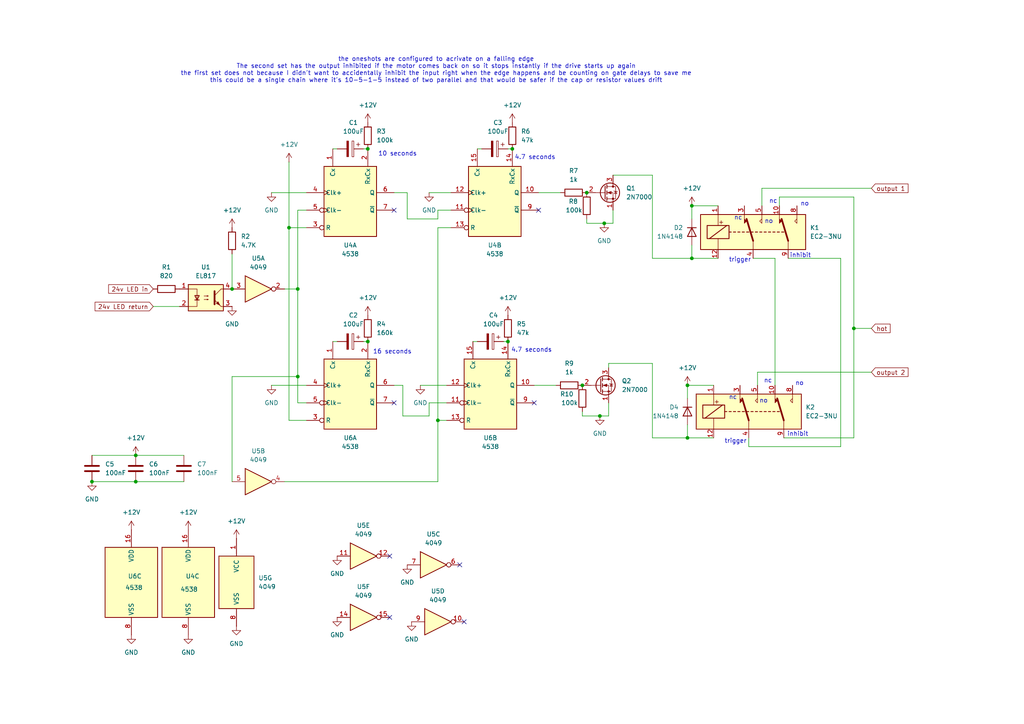
<source format=kicad_sch>
(kicad_sch (version 20231120) (generator "eeschema") (generator_version "8.0")
  (paper "A4")
  (lib_symbols
    (symbol "4xxx:4049" (pin_names (offset 1.016))
      (property "Reference" "U" (at 0 1.27 0))
      (property "Value" "4049" (at 0 -1.27 0))
      (symbol "4049_1_0"
        (polyline (pts (xy -3.81 3.81) (xy -3.81 -3.81) (xy 3.81 0) (xy -3.81 3.81)) (stroke (width 0.254)) (fill (type background)))
        (pin output inverted (at 7.62 0 180) (length 3.81) (name "~") (number "2"))
        (pin input line (at -7.62 0 0) (length 3.81) (name "~") (number "3"))
      )
      (symbol "4049_2_0"
        (polyline (pts (xy -3.81 3.81) (xy -3.81 -3.81) (xy 3.81 0) (xy -3.81 3.81)) (stroke (width 0.254)) (fill (type background)))
        (pin output inverted (at 7.62 0 180) (length 3.81) (name "~") (number "4"))
        (pin input line (at -7.62 0 0) (length 3.81) (name "~") (number "5"))
      )
      (symbol "4049_3_0"
        (polyline (pts (xy -3.81 3.81) (xy -3.81 -3.81) (xy 3.81 0) (xy -3.81 3.81)) (stroke (width 0.254)) (fill (type background)))
        (pin output inverted (at 7.62 0 180) (length 3.81) (name "~") (number "6"))
        (pin input line (at -7.62 0 0) (length 3.81) (name "~") (number "7"))
      )
      (symbol "4049_4_0"
        (polyline (pts (xy -3.81 3.81) (xy -3.81 -3.81) (xy 3.81 0) (xy -3.81 3.81)) (stroke (width 0.254)) (fill (type background)))
        (pin output inverted (at 7.62 0 180) (length 3.81) (name "~") (number "10"))
        (pin input line (at -7.62 0 0) (length 3.81) (name "~") (number "9"))
      )
      (symbol "4049_5_0"
        (polyline (pts (xy -3.81 3.81) (xy -3.81 -3.81) (xy 3.81 0) (xy -3.81 3.81)) (stroke (width 0.254)) (fill (type background)))
        (pin input line (at -7.62 0 0) (length 3.81) (name "~") (number "11"))
        (pin output inverted (at 7.62 0 180) (length 3.81) (name "~") (number "12"))
      )
      (symbol "4049_6_0"
        (polyline (pts (xy -3.81 3.81) (xy -3.81 -3.81) (xy 3.81 0) (xy -3.81 3.81)) (stroke (width 0.254)) (fill (type background)))
        (pin input line (at -7.62 0 0) (length 3.81) (name "~") (number "14"))
        (pin output inverted (at 7.62 0 180) (length 3.81) (name "~") (number "15"))
      )
      (symbol "4049_7_0"
        (pin power_in line (at 0 12.7 270) (length 5.08) (name "VCC") (number "1"))
        (pin power_in line (at 0 -12.7 90) (length 5.08) (name "VSS") (number "8"))
      )
      (symbol "4049_7_1"
        (rectangle (start -5.08 7.62) (end 5.08 -7.62) (stroke (width 0.254)) (fill (type background)))
      )
    )
    (symbol "4xxx:4538"
      (property "Reference" "U" (at 0 11.43 0))
      (property "Value" "4538" (at 0 -11.43 0))
      (symbol "4538_1_0"
        (pin input line (at -5.08 15.24 270) (length 5.08) (name "Cx") (number "1"))
        (pin input line (at 5.08 15.24 270) (length 5.08) (name "RxCx") (number "2"))
        (pin input inverted (at -12.7 -7.62 0) (length 5.08) (name "R") (number "3"))
        (pin input clock (at -12.7 2.54 0) (length 5.08) (name "Clk+") (number "4"))
        (pin input inverted_clock (at -12.7 -2.54 0) (length 5.08) (name "Clk-") (number "5"))
        (pin output line (at 12.7 2.54 180) (length 5.08) (name "Q") (number "6"))
        (pin output line (at 12.7 -2.54 180) (length 5.08) (name "~{Q}") (number "7"))
      )
      (symbol "4538_1_1"
        (rectangle (start -7.62 10.16) (end 7.62 -10.16) (stroke (width 0.254)) (fill (type background)))
      )
      (symbol "4538_2_0"
        (pin output line (at 12.7 2.54 180) (length 5.08) (name "Q") (number "10"))
        (pin input inverted_clock (at -12.7 -2.54 0) (length 5.08) (name "Clk-") (number "11"))
        (pin input clock (at -12.7 2.54 0) (length 5.08) (name "Clk+") (number "12"))
        (pin input inverted (at -12.7 -7.62 0) (length 5.08) (name "R") (number "13"))
        (pin input line (at 5.08 15.24 270) (length 5.08) (name "RxCx") (number "14"))
        (pin input line (at -5.08 15.24 270) (length 5.08) (name "Cx") (number "15"))
        (pin output line (at 12.7 -2.54 180) (length 5.08) (name "~{Q}") (number "9"))
      )
      (symbol "4538_2_1"
        (rectangle (start -7.62 10.16) (end 7.62 -10.16) (stroke (width 0.254)) (fill (type background)))
      )
      (symbol "4538_3_0"
        (pin power_in line (at 0 15.24 270) (length 5.08) (name "VDD") (number "16"))
        (pin power_in line (at 0 -15.24 90) (length 5.08) (name "VSS") (number "8"))
      )
      (symbol "4538_3_1"
        (rectangle (start -7.62 10.16) (end 7.62 -10.16) (stroke (width 0.254)) (fill (type background)))
      )
    )
    (symbol "Device:C" (pin_numbers hide) (pin_names (offset 0.254))
      (property "Reference" "C" (at 0.635 2.54 0))
      (property "Value" "C" (at 0.635 -2.54 0))
      (symbol "C_0_1"
        (polyline (pts (xy -2.032 -0.762) (xy 2.032 -0.762)) (stroke (width 0.508)))
        (polyline (pts (xy -2.032 0.762) (xy 2.032 0.762)) (stroke (width 0.508)))
      )
      (symbol "C_1_1"
        (pin passive line (at 0 3.81 270) (length 2.794) (name "~") (number "1"))
        (pin passive line (at 0 -3.81 90) (length 2.794) (name "~") (number "2"))
      )
    )
    (symbol "Device:C_Polarized" (pin_numbers hide) (pin_names (offset 0.254))
      (property "Reference" "C" (at 0.635 2.54 0))
      (property "Value" "C_Polarized" (at 0.635 -2.54 0))
      (symbol "C_Polarized_0_1"
        (rectangle (start -2.286 0.508) (end 2.286 1.016))
        (polyline (pts (xy -1.778 2.286) (xy -0.762 2.286)))
        (polyline (pts (xy -1.27 2.794) (xy -1.27 1.778)))
        (rectangle (start 2.286 -0.508) (end -2.286 -1.016) (fill (type outline)))
      )
      (symbol "C_Polarized_1_1"
        (pin passive line (at 0 3.81 270) (length 2.794) (name "~") (number "1"))
        (pin passive line (at 0 -3.81 90) (length 2.794) (name "~") (number "2"))
      )
    )
    (symbol "Device:R" (pin_numbers hide) (pin_names (offset 0))
      (property "Reference" "R" (at 2.032 0 90))
      (property "Value" "R" (at 0 0 90))
      (symbol "R_0_1"
        (rectangle (start -1.016 -2.54) (end 1.016 2.54) (stroke (width 0.254)))
      )
      (symbol "R_1_1"
        (pin passive line (at 0 3.81 270) (length 1.27) (name "~") (number "1"))
        (pin passive line (at 0 -3.81 90) (length 1.27) (name "~") (number "2"))
      )
    )
    (symbol "Diode:1N4148" (pin_numbers hide) (pin_names hide)
      (property "Reference" "D" (at 0 2.54 0))
      (property "Value" "1N4148" (at 0 -2.54 0))
      (symbol "1N4148_0_1"
        (polyline (pts (xy -1.27 1.27) (xy -1.27 -1.27)) (stroke (width 0.254)))
        (polyline (pts (xy 1.27 0) (xy -1.27 0)))
        (polyline (pts (xy 1.27 1.27) (xy 1.27 -1.27) (xy -1.27 0) (xy 1.27 1.27)) (stroke (width 0.254)))
      )
      (symbol "1N4148_1_1"
        (pin passive line (at -3.81 0 0) (length 2.54) (name "K") (number "1"))
        (pin passive line (at 3.81 0 180) (length 2.54) (name "A") (number "2"))
      )
    )
    (symbol "Isolator:EL817" (pin_names (offset 1.016))
      (property "Reference" "U" (at -5.08 5.08 0))
      (property "Value" "EL817" (at 0 5.08 0))
      (symbol "EL817_0_1"
        (rectangle (start -5.08 3.81) (end 5.08 -3.81) (stroke (width 0.254)) (fill (type background)))
        (polyline (pts (xy -3.175 -0.635) (xy -1.905 -0.635)) (stroke (width 0.254)))
        (polyline (pts (xy 2.54 0.635) (xy 4.445 2.54)))
        (polyline (pts (xy 4.445 -2.54) (xy 2.54 -0.635)) (fill (type outline)))
        (polyline (pts (xy 4.445 -2.54) (xy 5.08 -2.54)))
        (polyline (pts (xy 4.445 2.54) (xy 5.08 2.54)))
        (polyline (pts (xy -5.08 2.54) (xy -2.54 2.54) (xy -2.54 -0.635)))
        (polyline (pts (xy -2.54 -0.635) (xy -2.54 -2.54) (xy -5.08 -2.54)))
        (polyline (pts (xy 2.54 1.905) (xy 2.54 -1.905) (xy 2.54 -1.905)) (stroke (width 0.508)))
        (polyline (pts (xy -2.54 -0.635) (xy -3.175 0.635) (xy -1.905 0.635) (xy -2.54 -0.635)) (stroke (width 0.254)))
        (polyline (pts (xy -0.508 -0.508) (xy 0.762 -0.508) (xy 0.381 -0.635) (xy 0.381 -0.381) (xy 0.762 -0.508)))
        (polyline (pts (xy -0.508 0.508) (xy 0.762 0.508) (xy 0.381 0.381) (xy 0.381 0.635) (xy 0.762 0.508)))
        (polyline (pts (xy 3.048 -1.651) (xy 3.556 -1.143) (xy 4.064 -2.159) (xy 3.048 -1.651) (xy 3.048 -1.651)) (fill (type outline)))
      )
      (symbol "EL817_1_1"
        (pin passive line (at -7.62 2.54 0) (length 2.54) (name "~") (number "1"))
        (pin passive line (at -7.62 -2.54 0) (length 2.54) (name "~") (number "2"))
        (pin passive line (at 7.62 -2.54 180) (length 2.54) (name "~") (number "3"))
        (pin passive line (at 7.62 2.54 180) (length 2.54) (name "~") (number "4"))
      )
    )
    (symbol "Relay:EC2-3NU"
      (property "Reference" "K" (at 15.24 8.89 0))
      (property "Value" "EC2-3NU" (at 19.05 6.35 0))
      (symbol "EC2-3NU_1_1"
        (rectangle (start -15.24 5.08) (end 15.24 -5.08) (stroke (width 0.254)) (fill (type background)))
        (rectangle (start -13.335 1.905) (end -6.985 -1.905) (stroke (width 0.254)))
        (polyline (pts (xy -12.7 -1.905) (xy -7.62 1.905)) (stroke (width 0.254)))
        (polyline (pts (xy -10.16 -5.08) (xy -10.16 -1.905)))
        (polyline (pts (xy -10.16 5.08) (xy -10.16 1.905)))
        (polyline (pts (xy -6.985 0) (xy -6.35 0)) (stroke (width 0.254)))
        (polyline (pts (xy -5.715 0) (xy -5.08 0)) (stroke (width 0.254)))
        (polyline (pts (xy -4.445 0) (xy -3.81 0)) (stroke (width 0.254)))
        (polyline (pts (xy -3.175 0) (xy -2.54 0)) (stroke (width 0.254)))
        (polyline (pts (xy -1.905 0) (xy -1.27 0)) (stroke (width 0.254)))
        (polyline (pts (xy -0.635 0) (xy 0 0)) (stroke (width 0.254)))
        (polyline (pts (xy 0 -2.54) (xy -1.905 3.81)) (stroke (width 0.508)))
        (polyline (pts (xy 0 -2.54) (xy 0 -5.08)))
        (polyline (pts (xy 0.635 0) (xy 1.27 0)) (stroke (width 0.254)))
        (polyline (pts (xy 1.905 0) (xy 2.54 0)) (stroke (width 0.254)))
        (polyline (pts (xy 3.175 0) (xy 3.81 0)) (stroke (width 0.254)))
        (polyline (pts (xy 4.445 0) (xy 5.08 0)) (stroke (width 0.254)))
        (polyline (pts (xy 5.715 0) (xy 6.35 0)) (stroke (width 0.254)))
        (polyline (pts (xy 6.985 0) (xy 7.62 0)) (stroke (width 0.254)))
        (polyline (pts (xy 8.255 0) (xy 8.89 0)) (stroke (width 0.254)))
        (polyline (pts (xy 10.16 -2.54) (xy 8.255 3.81)) (stroke (width 0.508)))
        (polyline (pts (xy 10.16 -2.54) (xy 10.16 -5.08)))
        (polyline (pts (xy -2.54 5.08) (xy -2.54 2.54) (xy -1.905 3.175) (xy -2.54 3.81)) (fill (type outline)))
        (polyline (pts (xy 2.54 5.08) (xy 2.54 2.54) (xy 1.905 3.175) (xy 2.54 3.81)))
        (polyline (pts (xy 7.62 5.08) (xy 7.62 2.54) (xy 8.255 3.175) (xy 7.62 3.81)) (fill (type outline)))
        (polyline (pts (xy 12.7 5.08) (xy 12.7 2.54) (xy 12.065 3.175) (xy 12.7 3.81)))
        (text "+" (at -9.271 2.921 0) (effects (font (size 1.27 1.27))))
        (pin passive line (at -10.16 7.62 270) (length 2.54) (name "~") (number "1"))
        (pin passive line (at 7.62 7.62 270) (length 2.54) (name "~") (number "10"))
        (pin passive line (at -10.16 -7.62 90) (length 2.54) (name "~") (number "12"))
        (pin passive line (at -2.54 7.62 270) (length 2.54) (name "~") (number "3"))
        (pin passive line (at 0 -7.62 90) (length 2.54) (name "~") (number "4"))
        (pin passive line (at 2.54 7.62 270) (length 2.54) (name "~") (number "5"))
        (pin passive line (at 12.7 7.62 270) (length 2.54) (name "~") (number "8"))
        (pin passive line (at 10.16 -7.62 90) (length 2.54) (name "~") (number "9"))
      )
    )
    (symbol "Transistor_FET:2N7000" (pin_names hide)
      (property "Reference" "Q" (at 5.08 1.905 0))
      (property "Value" "2N7000" (at 5.08 0 0))
      (symbol "2N7000_0_1"
        (polyline (pts (xy 0.254 0) (xy -2.54 0)))
        (polyline (pts (xy 0.254 1.905) (xy 0.254 -1.905)) (stroke (width 0.254)))
        (polyline (pts (xy 0.762 -1.27) (xy 0.762 -2.286)) (stroke (width 0.254)))
        (polyline (pts (xy 0.762 0.508) (xy 0.762 -0.508)) (stroke (width 0.254)))
        (polyline (pts (xy 0.762 2.286) (xy 0.762 1.27)) (stroke (width 0.254)))
        (polyline (pts (xy 2.54 2.54) (xy 2.54 1.778)))
        (polyline (pts (xy 2.54 -2.54) (xy 2.54 0) (xy 0.762 0)))
        (polyline (pts (xy 0.762 -1.778) (xy 3.302 -1.778) (xy 3.302 1.778) (xy 0.762 1.778)))
        (polyline (pts (xy 1.016 0) (xy 2.032 0.381) (xy 2.032 -0.381) (xy 1.016 0)) (fill (type outline)))
        (polyline (pts (xy 2.794 0.508) (xy 2.921 0.381) (xy 3.683 0.381) (xy 3.81 0.254)))
        (polyline (pts (xy 3.302 0.381) (xy 2.921 -0.254) (xy 3.683 -0.254) (xy 3.302 0.381)))
        (circle (center 1.651 0) (radius 2.794) (stroke (width 0.254)))
        (circle (center 2.54 -1.778) (radius 0.254) (fill (type outline)))
        (circle (center 2.54 1.778) (radius 0.254) (fill (type outline)))
      )
      (symbol "2N7000_1_1"
        (pin passive line (at 2.54 -5.08 90) (length 2.54) (name "S") (number "1"))
        (pin input line (at -5.08 0 0) (length 2.54) (name "G") (number "2"))
        (pin passive line (at 2.54 5.08 270) (length 2.54) (name "D") (number "3"))
      )
    )
    (symbol "power:+12V" (power) (pin_numbers hide) (pin_names (offset 0) hide)
      (property "Value" "+12V" (at 0 3.556 0))
      (symbol "+12V_0_1"
        (polyline (pts (xy -0.762 1.27) (xy 0 2.54)))
        (polyline (pts (xy 0 0) (xy 0 2.54)))
        (polyline (pts (xy 0 2.54) (xy 0.762 1.27)))
      )
      (symbol "+12V_1_1"
        (pin power_in line (at 0 0 90) (length 0) (name "~") (number "1"))
      )
    )
    (symbol "power:GND" (power) (pin_numbers hide) (pin_names (offset 0) hide)
      (property "Value" "GND" (at 0 -3.81 0))
      (symbol "GND_0_1"
        (polyline (pts (xy 0 0) (xy 0 -1.27) (xy 1.27 -1.27) (xy 0 -2.54) (xy -1.27 -1.27) (xy 0 -1.27)))
      )
      (symbol "GND_1_1"
        (pin power_in line (at 0 0 270) (length 0) (name "~") (number "1"))
      )
    )
  )
  (junction (at 147.32 99.06))
  (junction (at 199.39 127))
  (junction (at 67.31 83.82))
  (junction (at 170.18 55.88))
  (junction (at 86.36 109.22))
  (junction (at 173.99 120.65))
  (junction (at 39.37 132.08))
  (junction (at 26.67 139.7))
  (junction (at 175.26 64.77))
  (junction (at 83.82 66.04))
  (junction (at 200.66 74.93))
  (junction (at 106.68 43.18))
  (junction (at 247.65 95.25))
  (junction (at 106.68 99.06))
  (junction (at 168.91 111.76))
  (junction (at 127 121.92))
  (junction (at 199.39 111.76))
  (junction (at 148.59 43.18))
  (junction (at 86.36 83.82))
  (junction (at 39.37 139.7))
  (junction (at 200.66 59.69))
  (no_connect (at 113.03 161.29))
  (no_connect (at 113.03 179.07))
  (no_connect (at 133.35 163.83))
  (no_connect (at 114.3 60.96))
  (no_connect (at 156.21 60.96))
  (no_connect (at 154.94 116.84))
  (no_connect (at 134.62 180.34))
  (no_connect (at 114.3 116.84))
  (wire (pts (xy 39.37 132.08) (xy 53.34 132.08)))
  (wire (pts (xy 176.53 105.41) (xy 189.23 105.41)))
  (wire (pts (xy 200.66 71.12) (xy 200.66 74.93)))
  (wire (pts (xy 200.66 63.5) (xy 200.66 59.69)))
  (wire (pts (xy 200.66 74.93) (xy 208.28 74.93)))
  (wire (pts (xy 127 66.04) (xy 130.81 66.04)))
  (wire (pts (xy 226.06 57.15) (xy 247.65 57.15)))
  (wire (pts (xy 83.82 46.99) (xy 83.82 66.04)))
  (wire (pts (xy 252.73 95.25) (xy 247.65 95.25)))
  (wire (pts (xy 67.31 109.22) (xy 67.31 139.7)))
  (wire (pts (xy 226.06 59.69) (xy 226.06 57.15)))
  (wire (pts (xy 177.8 64.77) (xy 177.8 60.96)))
  (wire (pts (xy 243.84 74.93) (xy 243.84 129.54)))
  (wire (pts (xy 189.23 105.41) (xy 189.23 127)))
  (wire (pts (xy 199.39 111.76) (xy 207.01 111.76)))
  (wire (pts (xy 97.79 43.18) (xy 96.52 43.18)))
  (wire (pts (xy 124.46 120.65) (xy 124.46 116.84)))
  (wire (pts (xy 83.82 66.04) (xy 83.82 121.92)))
  (wire (pts (xy 170.18 64.77) (xy 175.26 64.77)))
  (wire (pts (xy 168.91 119.38) (xy 168.91 120.65)))
  (wire (pts (xy 243.84 129.54) (xy 217.17 129.54)))
  (wire (pts (xy 127 139.7) (xy 127 121.92)))
  (wire (pts (xy 247.65 127) (xy 227.33 127)))
  (wire (pts (xy 82.55 83.82) (xy 86.36 83.82)))
  (wire (pts (xy 67.31 73.66) (xy 67.31 83.82)))
  (wire (pts (xy 199.39 115.57) (xy 199.39 111.76)))
  (wire (pts (xy 118.11 55.88) (xy 118.11 63.5)))
  (wire (pts (xy 170.18 63.5) (xy 170.18 64.77)))
  (wire (pts (xy 86.36 83.82) (xy 86.36 60.96)))
  (wire (pts (xy 82.55 139.7) (xy 127 139.7)))
  (wire (pts (xy 124.46 116.84) (xy 129.54 116.84)))
  (wire (pts (xy 78.74 111.76) (xy 88.9 111.76)))
  (wire (pts (xy 105.41 99.06) (xy 106.68 99.06)))
  (wire (pts (xy 219.71 111.76) (xy 219.71 107.95)))
  (wire (pts (xy 86.36 116.84) (xy 88.9 116.84)))
  (wire (pts (xy 173.99 120.65) (xy 176.53 120.65)))
  (wire (pts (xy 199.39 127) (xy 189.23 127)))
  (wire (pts (xy 247.65 57.15) (xy 247.65 95.25)))
  (wire (pts (xy 217.17 129.54) (xy 217.17 127)))
  (wire (pts (xy 162.56 55.88) (xy 156.21 55.88)))
  (wire (pts (xy 228.6 74.93) (xy 243.84 74.93)))
  (wire (pts (xy 39.37 139.7) (xy 53.34 139.7)))
  (wire (pts (xy 220.98 59.69) (xy 220.98 54.61)))
  (wire (pts (xy 199.39 123.19) (xy 199.39 127)))
  (wire (pts (xy 127 121.92) (xy 127 66.04)))
  (wire (pts (xy 118.11 63.5) (xy 127 63.5)))
  (wire (pts (xy 26.67 132.08) (xy 39.37 132.08)))
  (wire (pts (xy 44.45 88.9) (xy 52.07 88.9)))
  (wire (pts (xy 147.32 43.18) (xy 148.59 43.18)))
  (wire (pts (xy 175.26 64.77) (xy 177.8 64.77)))
  (wire (pts (xy 161.29 111.76) (xy 154.94 111.76)))
  (wire (pts (xy 218.44 74.93) (xy 224.79 74.93)))
  (wire (pts (xy 86.36 83.82) (xy 86.36 109.22)))
  (wire (pts (xy 127 63.5) (xy 127 60.96)))
  (wire (pts (xy 200.66 59.69) (xy 208.28 59.69)))
  (wire (pts (xy 176.53 105.41) (xy 176.53 106.68)))
  (wire (pts (xy 200.66 74.93) (xy 189.23 74.93)))
  (wire (pts (xy 124.46 55.88) (xy 130.81 55.88)))
  (wire (pts (xy 78.74 55.88) (xy 88.9 55.88)))
  (wire (pts (xy 116.84 111.76) (xy 116.84 120.65)))
  (wire (pts (xy 137.16 99.06) (xy 138.43 99.06)))
  (wire (pts (xy 67.31 109.22) (xy 86.36 109.22)))
  (wire (pts (xy 247.65 95.25) (xy 247.65 127)))
  (wire (pts (xy 127 121.92) (xy 129.54 121.92)))
  (wire (pts (xy 177.8 50.8) (xy 189.23 50.8)))
  (wire (pts (xy 189.23 74.93) (xy 189.23 50.8)))
  (wire (pts (xy 83.82 121.92) (xy 88.9 121.92)))
  (wire (pts (xy 96.52 99.06) (xy 97.79 99.06)))
  (wire (pts (xy 116.84 120.65) (xy 124.46 120.65)))
  (wire (pts (xy 168.91 120.65) (xy 173.99 120.65)))
  (wire (pts (xy 121.92 111.76) (xy 129.54 111.76)))
  (wire (pts (xy 105.41 43.18) (xy 106.68 43.18)))
  (wire (pts (xy 219.71 107.95) (xy 252.73 107.95)))
  (wire (pts (xy 127 60.96) (xy 130.81 60.96)))
  (wire (pts (xy 176.53 120.65) (xy 176.53 116.84)))
  (wire (pts (xy 220.98 54.61) (xy 252.73 54.61)))
  (wire (pts (xy 138.43 43.18) (xy 139.7 43.18)))
  (wire (pts (xy 88.9 66.04) (xy 83.82 66.04)))
  (wire (pts (xy 224.79 111.76) (xy 224.79 74.93)))
  (wire (pts (xy 86.36 60.96) (xy 88.9 60.96)))
  (wire (pts (xy 114.3 111.76) (xy 116.84 111.76)))
  (wire (pts (xy 114.3 55.88) (xy 118.11 55.88)))
  (wire (pts (xy 146.05 99.06) (xy 147.32 99.06)))
  (wire (pts (xy 26.67 139.7) (xy 39.37 139.7)))
  (wire (pts (xy 86.36 109.22) (xy 86.36 116.84)))
  (wire (pts (xy 199.39 127) (xy 207.01 127)))
  (text "nc" (at 224.282 58.42 0) (effects (font (size 1.27 1.27))))
  (text "inhibit" (at 232.156 74.168 0) (effects (font (size 1.27 1.27))))
  (text "trigger" (at 213.36 128.016 0) (effects (font (size 1.27 1.27))))
  (text "10 seconds" (at 115.316 44.704 0) (effects (font (size 1.27 1.27))))
  (text "4.7 seconds" (at 155.194 45.72 0) (effects (font (size 1.27 1.27))))
  (text "trigger" (at 214.63 75.438 0) (effects (font (size 1.27 1.27))))
  (text "inhibit" (at 231.394 125.984 0) (effects (font (size 1.27 1.27))))
  (text "no" (at 231.902 111.252 0) (effects (font (size 1.27 1.27))))
  (text "4.7 seconds" (at 154.178 101.6 0) (effects (font (size 1.27 1.27))))
  (text "the oneshots are configured to acrivate on a falling edge\nThe second set has the output inhibited if the motor comes back on so it stops instantly if the drive starts up again\nthe first set does not because I didn't want to accidentally inhibit the input right when the edge happens and be counting on gate delays to save me\nthis could be a single chain where it's 10-5-1-5 instead of two parallel and that would be safer if the cap or resistor values drift" (at 126.492 20.32 0) (effects (font (size 1.27 1.27))))
  (text "nc" (at 222.758 110.49 0) (effects (font (size 1.27 1.27))))
  (text "no" (at 221.488 116.332 0) (effects (font (size 1.27 1.27))))
  (text "nc" (at 214.122 63.246 0) (effects (font (size 1.27 1.27))))
  (text "nc" (at 212.598 115.316 0) (effects (font (size 1.27 1.27))))
  (text "no" (at 233.426 59.182 0) (effects (font (size 1.27 1.27))))
  (text "no" (at 223.012 64.262 0) (effects (font (size 1.27 1.27))))
  (text "16 seconds" (at 113.792 102.108 0) (effects (font (size 1.27 1.27))))
  (global_label "hot" (shape input) (at 252.73 95.25 0) (property "Intersheetrefs" "${INTERSHEET_REFS}" (effects (hide yes))))
  (global_label "24v LED in" (shape input) (at 44.45 83.82 180) (property "Intersheetrefs" "${INTERSHEET_REFS}" (effects (hide yes))))
  (global_label "24v LED return" (shape input) (at 44.45 88.9 180) (property "Intersheetrefs" "${INTERSHEET_REFS}" (effects (hide yes))))
  (global_label "output 1" (shape input) (at 252.73 54.61 0) (property "Intersheetrefs" "${INTERSHEET_REFS}" (effects (hide yes))))
  (global_label "output 2" (shape input) (at 252.73 107.95 0) (property "Intersheetrefs" "${INTERSHEET_REFS}" (effects (hide yes))))
  (symbol (lib_id "power:+12V") (at 200.66 59.69 0) (unit 1)
    (property "Reference" "#PWR020" (effects (hide yes)))
    (property "Value" "+12V" (at 200.66 54.61 0))
    (property "Description" "Power symbol creates a global label with name \"+12V\"" (effects (hide yes)))
  )
  (symbol (lib_id "power:+12V") (at 67.31 66.04 0) (unit 1)
    (property "Reference" "#PWR06" (effects (hide yes)))
    (property "Value" "+12V" (at 67.31 60.96 0))
    (property "Description" "Power symbol creates a global label with name \"+12V\"" (effects (hide yes)))
  )
  (symbol (lib_id "Diode:1N4148") (at 200.66 67.31 90) (mirror x) (unit 1)
    (property "Reference" "D2" (at 198.12 66.0399 90) (effects (justify left)))
    (property "Value" "1N4148" (at 198.12 68.5799 90) (effects (justify left)))
    (property "Footprint" "Diode_THT:D_DO-35_SOD27_P7.62mm_Horizontal" (effects (hide yes)))
    (property "Datasheet" "https://assets.nexperia.com/documents/data-sheet/1N4148_1N4448.pdf" (effects (hide yes)))
    (property "Description" "100V 0.15A standard switching diode, DO-35" (effects (hide yes)))
    (property "Sim.Device" "D" (effects (hide yes)))
    (property "Sim.Pins" "1=K 2=A" (effects (hide yes)))
  )
  (symbol (lib_id "power:+12V") (at 39.37 132.08 0) (unit 1)
    (property "Reference" "#PWR024" (effects (hide yes)))
    (property "Value" "+12V" (at 39.37 127 0))
    (property "Description" "Power symbol creates a global label with name \"+12V\"" (effects (hide yes)))
  )
  (symbol (lib_id "power:+12V") (at 147.32 91.44 0) (unit 1)
    (property "Reference" "#PWR016" (effects (hide yes)))
    (property "Value" "+12V" (at 147.32 86.36 0))
    (property "Description" "Power symbol creates a global label with name \"+12V\"" (effects (hide yes)))
  )
  (symbol (lib_id "power:GND") (at 68.58 181.61 0) (unit 1)
    (property "Reference" "#PWR04" (effects (hide yes)))
    (property "Value" "GND" (at 68.58 186.69 0))
    (property "Description" "Power symbol creates a global label with name \"GND\" , ground" (effects (hide yes)))
  )
  (symbol (lib_id "4xxx:4049") (at 125.73 163.83 0) (unit 3)
    (property "Reference" "U5" (at 125.73 154.94 0))
    (property "Value" "4049" (at 125.73 157.48 0))
    (property "Datasheet" "http://www.intersil.com/content/dam/intersil/documents/cd40/cd4049ubms.pdf" (effects (hide yes)))
    (property "Description" "Hex Buffer Inverter" (effects (hide yes)))
  )
  (symbol (lib_id "Device:C_Polarized") (at 142.24 99.06 270) (unit 1)
    (property "Reference" "C4" (at 143.129 91.44 90))
    (property "Value" "100uF" (at 143.129 93.98 90))
    (property "Description" "Polarized capacitor" (effects (hide yes)))
  )
  (symbol (lib_id "Device:R") (at 147.32 95.25 0) (unit 1)
    (property "Reference" "R5" (at 149.86 93.9799 0) (effects (justify left)))
    (property "Value" "47k" (at 149.86 96.5199 0) (effects (justify left)))
    (property "Description" "Resistor" (effects (hide yes)))
  )
  (symbol (lib_id "power:GND") (at 97.79 179.07 0) (unit 1)
    (property "Reference" "#PWR029" (effects (hide yes)))
    (property "Value" "GND" (at 97.79 184.15 0))
    (property "Description" "Power symbol creates a global label with name \"GND\" , ground" (effects (hide yes)))
  )
  (symbol (lib_id "power:GND") (at 175.26 64.77 0) (unit 1)
    (property "Reference" "#PWR018" (effects (hide yes)))
    (property "Value" "GND" (at 175.26 69.85 0))
    (property "Description" "Power symbol creates a global label with name \"GND\" , ground" (effects (hide yes)))
  )
  (symbol (lib_id "power:+12V") (at 148.59 35.56 0) (unit 1)
    (property "Reference" "#PWR017" (effects (hide yes)))
    (property "Value" "+12V" (at 148.59 30.48 0))
    (property "Description" "Power symbol creates a global label with name \"+12V\"" (effects (hide yes)))
  )
  (symbol (lib_id "Device:C_Polarized") (at 143.51 43.18 270) (unit 1)
    (property "Reference" "C3" (at 144.399 35.56 90))
    (property "Value" "100uF" (at 144.399 38.1 90))
    (property "Description" "Polarized capacitor" (effects (hide yes)))
  )
  (symbol (lib_id "power:GND") (at 78.74 111.76 0) (unit 1)
    (property "Reference" "#PWR010" (effects (hide yes)))
    (property "Value" "GND" (at 78.74 116.84 0))
    (property "Description" "Power symbol creates a global label with name \"GND\" , ground" (effects (hide yes)))
  )
  (symbol (lib_id "4xxx:4049") (at 74.93 139.7 0) (unit 2)
    (property "Reference" "U5" (at 74.93 130.81 0))
    (property "Value" "4049" (at 74.93 133.35 0))
    (property "Datasheet" "http://www.intersil.com/content/dam/intersil/documents/cd40/cd4049ubms.pdf" (effects (hide yes)))
    (property "Description" "Hex Buffer Inverter" (effects (hide yes)))
  )
  (symbol (lib_id "Device:R") (at 48.26 83.82 90) (unit 1)
    (property "Reference" "R1" (at 48.26 77.47 90))
    (property "Value" "820" (at 48.26 80.01 90))
    (property "Description" "Resistor" (effects (hide yes)))
  )
  (symbol (lib_id "power:GND") (at 54.61 184.15 0) (unit 1)
    (property "Reference" "#PWR02" (effects (hide yes)))
    (property "Value" "GND" (at 54.61 189.23 0))
    (property "Description" "Power symbol creates a global label with name \"GND\" , ground" (effects (hide yes)))
  )
  (symbol (lib_id "power:GND") (at 173.99 120.65 0) (unit 1)
    (property "Reference" "#PWR023" (effects (hide yes)))
    (property "Value" "GND" (at 173.99 125.73 0))
    (property "Description" "Power symbol creates a global label with name \"GND\" , ground" (effects (hide yes)))
  )
  (symbol (lib_id "Relay:EC2-3NU") (at 218.44 67.31 0) (unit 1)
    (property "Reference" "K1" (at 234.95 66.0399 0) (effects (justify left)))
    (property "Value" "EC2-3NU" (at 234.95 68.5799 0) (effects (justify left)))
    (property "Footprint" "Relay_THT:Relay_DPDT_Kemet_EC2_NU" (effects (hide yes)))
    (property "Datasheet" "https://content.kemet.com/datasheets/KEM_R7002_EC2_EE2.pdf" (effects (hide yes)))
    (property "Description" "General purpose signal relay, Kemet EC2 Series, DPDT (2 Form C), non-latching, through hole, 60W/125VA, 220VDC/250VAC, 2A, 3V DC coil" (effects (hide yes)))
  )
  (symbol (lib_id "Diode:1N4148") (at 199.39 119.38 90) (mirror x) (unit 1)
    (property "Reference" "D4" (at 196.85 118.1099 90) (effects (justify left)))
    (property "Value" "1N4148" (at 196.85 120.6499 90) (effects (justify left)))
    (property "Footprint" "Diode_THT:D_DO-35_SOD27_P7.62mm_Horizontal" (effects (hide yes)))
    (property "Datasheet" "https://assets.nexperia.com/documents/data-sheet/1N4148_1N4448.pdf" (effects (hide yes)))
    (property "Description" "100V 0.15A standard switching diode, DO-35" (effects (hide yes)))
    (property "Sim.Device" "D" (effects (hide yes)))
    (property "Sim.Pins" "1=K 2=A" (effects (hide yes)))
  )
  (symbol (lib_id "power:GND") (at 119.38 180.34 0) (unit 1)
    (property "Reference" "#PWR031" (effects (hide yes)))
    (property "Value" "GND" (at 119.38 185.42 0))
    (property "Description" "Power symbol creates a global label with name \"GND\" , ground" (effects (hide yes)))
  )
  (symbol (lib_id "Transistor_FET:2N7000") (at 175.26 55.88 0) (unit 1)
    (property "Reference" "Q1" (at 181.61 54.6099 0) (effects (justify left)))
    (property "Value" "2N7000" (at 181.61 57.1499 0) (effects (justify left)))
    (property "Footprint" "Package_TO_SOT_THT:TO-92_Inline" (effects (hide yes)))
    (property "Datasheet" "https://www.vishay.com/docs/70226/70226.pdf" (effects (hide yes)))
    (property "Description" "0.2A Id, 200V Vds, N-Channel MOSFET, 2.6V Logic Level, TO-92" (effects (hide yes)))
  )
  (symbol (lib_id "Device:C") (at 26.67 135.89 180) (unit 1)
    (property "Reference" "C5" (at 30.48 134.6199 0) (effects (justify right)))
    (property "Value" "100nF" (at 30.48 137.1599 0) (effects (justify right)))
    (property "Description" "Unpolarized capacitor" (effects (hide yes)))
  )
  (symbol (lib_id "4xxx:4538") (at 38.1 168.91 0) (unit 3)
    (property "Reference" "U6" (at 37.084 167.132 0) (effects (justify left)))
    (property "Value" "4538" (at 36.322 170.434 0) (effects (justify left)))
    (property "Datasheet" "https://assets.nexperia.com/documents/data-sheet/HEF4538B.pdf" (effects (hide yes)))
    (property "Description" "Monostable" (effects (hide yes)))
  )
  (symbol (lib_id "4xxx:4049") (at 105.41 161.29 0) (unit 5)
    (property "Reference" "U5" (at 105.41 152.4 0))
    (property "Value" "4049" (at 105.41 154.94 0))
    (property "Datasheet" "http://www.intersil.com/content/dam/intersil/documents/cd40/cd4049ubms.pdf" (effects (hide yes)))
    (property "Description" "Hex Buffer Inverter" (effects (hide yes)))
  )
  (symbol (lib_id "power:+12V") (at 106.68 91.44 0) (unit 1)
    (property "Reference" "#PWR015" (effects (hide yes)))
    (property "Value" "+12V" (at 106.68 86.36 0))
    (property "Description" "Power symbol creates a global label with name \"+12V\"" (effects (hide yes)))
  )
  (symbol (lib_id "Device:R") (at 170.18 59.69 0) (mirror x) (unit 1)
    (property "Reference" "R8" (at 167.64 58.4199 0) (effects (justify right)))
    (property "Value" "100k" (at 168.91 60.96 0) (effects (justify right)))
    (property "Description" "Resistor" (effects (hide yes)))
  )
  (symbol (lib_id "Relay:EC2-3NU") (at 217.17 119.38 0) (unit 1)
    (property "Reference" "K2" (at 233.68 118.1099 0) (effects (justify left)))
    (property "Value" "EC2-3NU" (at 233.68 120.6499 0) (effects (justify left)))
    (property "Footprint" "Relay_THT:Relay_DPDT_Kemet_EC2_NU" (effects (hide yes)))
    (property "Datasheet" "https://content.kemet.com/datasheets/KEM_R7002_EC2_EE2.pdf" (effects (hide yes)))
    (property "Description" "General purpose signal relay, Kemet EC2 Series, DPDT (2 Form C), non-latching, through hole, 60W/125VA, 220VDC/250VAC, 2A, 3V DC coil" (effects (hide yes)))
  )
  (symbol (lib_id "power:+12V") (at 83.82 46.99 0) (unit 1)
    (property "Reference" "#PWR013" (effects (hide yes)))
    (property "Value" "+12V" (at 83.82 41.91 0))
    (property "Description" "Power symbol creates a global label with name \"+12V\"" (effects (hide yes)))
  )
  (symbol (lib_id "4xxx:4538") (at 142.24 114.3 0) (unit 2)
    (property "Reference" "U6" (at 142.24 127 0))
    (property "Value" "4538" (at 142.24 129.54 0))
    (property "Datasheet" "https://assets.nexperia.com/documents/data-sheet/HEF4538B.pdf" (effects (hide yes)))
    (property "Description" "Monostable" (effects (hide yes)))
  )
  (symbol (lib_id "power:GND") (at 26.67 139.7 0) (unit 1)
    (property "Reference" "#PWR025" (effects (hide yes)))
    (property "Value" "GND" (at 26.67 144.78 0))
    (property "Description" "Power symbol creates a global label with name \"GND\" , ground" (effects (hide yes)))
  )
  (symbol (lib_id "Isolator:EL817") (at 59.69 86.36 0) (unit 1)
    (property "Reference" "U1" (at 59.69 77.47 0))
    (property "Value" "EL817" (at 59.69 80.01 0))
    (property "Footprint" "Package_DIP:DIP-4_W7.62mm" (effects (hide yes)))
    (property "Datasheet" "http://www.everlight.com/file/ProductFile/EL817.pdf" (effects (hide yes)))
    (property "Description" "DC Optocoupler, Vce 35V, DIP-4" (effects (hide yes)))
  )
  (symbol (lib_id "4xxx:4538") (at 101.6 114.3 0) (unit 1)
    (property "Reference" "U6" (at 101.6 127 0))
    (property "Value" "4538" (at 101.6 129.54 0))
    (property "Datasheet" "https://assets.nexperia.com/documents/data-sheet/HEF4538B.pdf" (effects (hide yes)))
    (property "Description" "Monostable" (effects (hide yes)))
  )
  (symbol (lib_id "4xxx:4049") (at 127 180.34 0) (unit 4)
    (property "Reference" "U5" (at 127 171.45 0))
    (property "Value" "4049" (at 127 173.99 0))
    (property "Datasheet" "http://www.intersil.com/content/dam/intersil/documents/cd40/cd4049ubms.pdf" (effects (hide yes)))
    (property "Description" "Hex Buffer Inverter" (effects (hide yes)))
  )
  (symbol (lib_id "power:GND") (at 124.46 55.88 0) (unit 1)
    (property "Reference" "#PWR011" (effects (hide yes)))
    (property "Value" "GND" (at 124.46 60.96 0))
    (property "Description" "Power symbol creates a global label with name \"GND\" , ground" (effects (hide yes)))
  )
  (symbol (lib_id "4xxx:4049") (at 74.93 83.82 0) (unit 1)
    (property "Reference" "U5" (at 74.93 74.93 0))
    (property "Value" "4049" (at 74.93 77.47 0))
    (property "Datasheet" "http://www.intersil.com/content/dam/intersil/documents/cd40/cd4049ubms.pdf" (effects (hide yes)))
    (property "Description" "Hex Buffer Inverter" (effects (hide yes)))
  )
  (symbol (lib_id "Device:R") (at 168.91 115.57 0) (mirror x) (unit 1)
    (property "Reference" "R10" (at 166.37 114.2999 0) (effects (justify right)))
    (property "Value" "100k" (at 167.64 116.84 0) (effects (justify right)))
    (property "Description" "Resistor" (effects (hide yes)))
  )
  (symbol (lib_id "Transistor_FET:2N7000") (at 173.99 111.76 0) (unit 1)
    (property "Reference" "Q2" (at 180.34 110.4899 0) (effects (justify left)))
    (property "Value" "2N7000" (at 180.34 113.0299 0) (effects (justify left)))
    (property "Footprint" "Package_TO_SOT_THT:TO-92_Inline" (effects (hide yes)))
    (property "Datasheet" "https://www.vishay.com/docs/70226/70226.pdf" (effects (hide yes)))
    (property "Description" "0.2A Id, 200V Vds, N-Channel MOSFET, 2.6V Logic Level, TO-92" (effects (hide yes)))
  )
  (symbol (lib_id "Device:R") (at 106.68 95.25 0) (unit 1)
    (property "Reference" "R4" (at 109.22 93.9799 0) (effects (justify left)))
    (property "Value" "160k" (at 109.22 96.5199 0) (effects (justify left)))
    (property "Description" "Resistor" (effects (hide yes)))
  )
  (symbol (lib_id "Device:C") (at 53.34 135.89 180) (unit 1)
    (property "Reference" "C7" (at 57.15 134.6199 0) (effects (justify right)))
    (property "Value" "100nF" (at 57.15 137.1599 0) (effects (justify right)))
    (property "Description" "Unpolarized capacitor" (effects (hide yes)))
  )
  (symbol (lib_id "4xxx:4538") (at 143.51 58.42 0) (unit 2)
    (property "Reference" "U4" (at 143.51 71.12 0))
    (property "Value" "4538" (at 143.51 73.66 0))
    (property "Datasheet" "https://assets.nexperia.com/documents/data-sheet/HEF4538B.pdf" (effects (hide yes)))
    (property "Description" "Monostable" (effects (hide yes)))
  )
  (symbol (lib_id "power:GND") (at 97.79 161.29 0) (unit 1)
    (property "Reference" "#PWR028" (effects (hide yes)))
    (property "Value" "GND" (at 97.79 166.37 0))
    (property "Description" "Power symbol creates a global label with name \"GND\" , ground" (effects (hide yes)))
  )
  (symbol (lib_id "Device:C") (at 39.37 135.89 180) (unit 1)
    (property "Reference" "C6" (at 43.18 134.6199 0) (effects (justify right)))
    (property "Value" "100nF" (at 43.18 137.1599 0) (effects (justify right)))
    (property "Description" "Unpolarized capacitor" (effects (hide yes)))
  )
  (symbol (lib_id "power:+12V") (at 199.39 111.76 0) (unit 1)
    (property "Reference" "#PWR022" (effects (hide yes)))
    (property "Value" "+12V" (at 199.39 106.68 0))
    (property "Description" "Power symbol creates a global label with name \"+12V\"" (effects (hide yes)))
  )
  (symbol (lib_id "Device:R") (at 106.68 39.37 0) (unit 1)
    (property "Reference" "R3" (at 109.22 38.0999 0) (effects (justify left)))
    (property "Value" "100k" (at 109.22 40.6399 0) (effects (justify left)))
    (property "Description" "Resistor" (effects (hide yes)))
  )
  (symbol (lib_id "4xxx:4049") (at 68.58 168.91 0) (unit 7)
    (property "Reference" "U5" (at 74.93 167.6399 0) (effects (justify left)))
    (property "Value" "4049" (at 74.93 170.1799 0) (effects (justify left)))
    (property "Datasheet" "http://www.intersil.com/content/dam/intersil/documents/cd40/cd4049ubms.pdf" (effects (hide yes)))
    (property "Description" "Hex Buffer Inverter" (effects (hide yes)))
  )
  (symbol (lib_id "4xxx:4049") (at 105.41 179.07 0) (unit 6)
    (property "Reference" "U5" (at 105.41 170.18 0))
    (property "Value" "4049" (at 105.41 172.72 0))
    (property "Datasheet" "http://www.intersil.com/content/dam/intersil/documents/cd40/cd4049ubms.pdf" (effects (hide yes)))
    (property "Description" "Hex Buffer Inverter" (effects (hide yes)))
  )
  (symbol (lib_id "Device:C_Polarized") (at 101.6 43.18 270) (unit 1)
    (property "Reference" "C1" (at 102.489 35.56 90))
    (property "Value" "100uF" (at 102.489 38.1 90))
    (property "Description" "Polarized capacitor" (effects (hide yes)))
  )
  (symbol (lib_id "power:+12V") (at 106.68 35.56 0) (unit 1)
    (property "Reference" "#PWR014" (effects (hide yes)))
    (property "Value" "+12V" (at 106.68 30.48 0))
    (property "Description" "Power symbol creates a global label with name \"+12V\"" (effects (hide yes)))
  )
  (symbol (lib_id "Device:R") (at 67.31 69.85 0) (unit 1)
    (property "Reference" "R2" (at 69.85 68.5799 0) (effects (justify left)))
    (property "Value" "4.7K" (at 69.85 71.1199 0) (effects (justify left)))
    (property "Description" "Resistor" (effects (hide yes)))
  )
  (symbol (lib_id "Device:C_Polarized") (at 101.6 99.06 270) (unit 1)
    (property "Reference" "C2" (at 102.489 91.44 90))
    (property "Value" "100uF" (at 102.489 93.98 90))
    (property "Description" "Polarized capacitor" (effects (hide yes)))
  )
  (symbol (lib_id "power:GND") (at 78.74 55.88 0) (unit 1)
    (property "Reference" "#PWR09" (effects (hide yes)))
    (property "Value" "GND" (at 78.74 60.96 0))
    (property "Description" "Power symbol creates a global label with name \"GND\" , ground" (effects (hide yes)))
  )
  (symbol (lib_id "4xxx:4538") (at 101.6 58.42 0) (unit 1)
    (property "Reference" "U4" (at 101.6 71.12 0))
    (property "Value" "4538" (at 101.6 73.66 0))
    (property "Datasheet" "https://assets.nexperia.com/documents/data-sheet/HEF4538B.pdf" (effects (hide yes)))
    (property "Description" "Monostable" (effects (hide yes)))
  )
  (symbol (lib_id "Device:R") (at 148.59 39.37 0) (unit 1)
    (property "Reference" "R6" (at 151.13 38.0999 0) (effects (justify left)))
    (property "Value" "47k" (at 151.13 40.6399 0) (effects (justify left)))
    (property "Description" "Resistor" (effects (hide yes)))
  )
  (symbol (lib_id "power:+12V") (at 68.58 156.21 0) (unit 1)
    (property "Reference" "#PWR03" (effects (hide yes)))
    (property "Value" "+12V" (at 68.58 151.13 0))
    (property "Description" "Power symbol creates a global label with name \"+12V\"" (effects (hide yes)))
  )
  (symbol (lib_id "power:GND") (at 38.1 184.15 0) (unit 1)
    (property "Reference" "#PWR08" (effects (hide yes)))
    (property "Value" "GND" (at 38.1 189.23 0))
    (property "Description" "Power symbol creates a global label with name \"GND\" , ground" (effects (hide yes)))
  )
  (symbol (lib_id "4xxx:4538") (at 54.61 168.91 0) (unit 3)
    (property "Reference" "U4" (at 53.848 167.132 0) (effects (justify left)))
    (property "Value" "4538" (at 52.324 170.942 0) (effects (justify left)))
    (property "Datasheet" "https://assets.nexperia.com/documents/data-sheet/HEF4538B.pdf" (effects (hide yes)))
    (property "Description" "Monostable" (effects (hide yes)))
  )
  (symbol (lib_id "power:GND") (at 118.11 163.83 0) (unit 1)
    (property "Reference" "#PWR030" (effects (hide yes)))
    (property "Value" "GND" (at 118.11 168.91 0))
    (property "Description" "Power symbol creates a global label with name \"GND\" , ground" (effects (hide yes)))
  )
  (symbol (lib_id "power:+12V") (at 54.61 153.67 0) (unit 1)
    (property "Reference" "#PWR01" (effects (hide yes)))
    (property "Value" "+12V" (at 54.61 148.59 0))
    (property "Description" "Power symbol creates a global label with name \"+12V\"" (effects (hide yes)))
  )
  (symbol (lib_id "Device:R") (at 165.1 111.76 90) (unit 1)
    (property "Reference" "R9" (at 165.1 105.41 90))
    (property "Value" "1k" (at 165.1 107.95 90))
    (property "Description" "Resistor" (effects (hide yes)))
  )
  (symbol (lib_id "power:+12V") (at 38.1 153.67 0) (unit 1)
    (property "Reference" "#PWR07" (effects (hide yes)))
    (property "Value" "+12V" (at 38.1 148.59 0))
    (property "Description" "Power symbol creates a global label with name \"+12V\"" (effects (hide yes)))
  )
  (symbol (lib_id "power:GND") (at 121.92 111.76 0) (unit 1)
    (property "Reference" "#PWR012" (effects (hide yes)))
    (property "Value" "GND" (at 121.92 116.84 0))
    (property "Description" "Power symbol creates a global label with name \"GND\" , ground" (effects (hide yes)))
  )
  (symbol (lib_id "power:GND") (at 67.31 88.9 0) (unit 1)
    (property "Reference" "#PWR05" (effects (hide yes)))
    (property "Value" "GND" (at 67.31 93.98 0))
    (property "Description" "Power symbol creates a global label with name \"GND\" , ground" (effects (hide yes)))
  )
  (symbol (lib_id "Device:R") (at 166.37 55.88 90) (unit 1)
    (property "Reference" "R7" (at 166.37 49.53 90))
    (property "Value" "1k" (at 166.37 52.07 90))
    (property "Description" "Resistor" (effects (hide yes)))
  )
)
</source>
